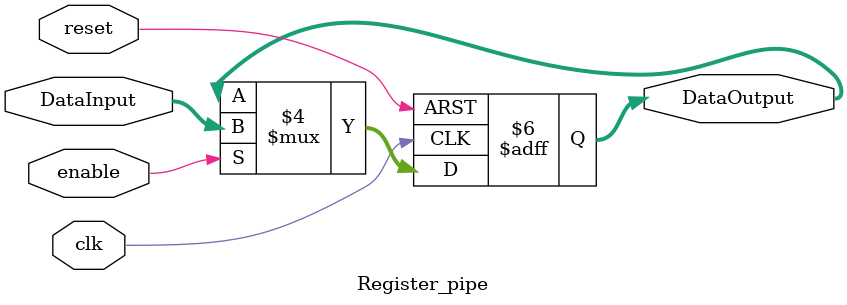
<source format=v>
/******************************************************************
* Description
*	This the basic register that is used in the register file
*	1.0
* Author:
*	Dr. José Luis Pizano Escalante
* email:
*	luispizano@iteso.mx
* Date:
*	01/03/2014
******************************************************************/
module Register_pipe
#(
	parameter N=32
)
(
	input clk,
	input reset,
	input enable,
	input  [N-1:0] DataInput,
	
	output reg [N-1:0] DataOutput
);

always@(negedge reset or posedge clk) begin
	if(reset==0)
		DataOutput <= 0;
	else	
		if(enable==1)
			DataOutput<=DataInput;
end

endmodule
</source>
